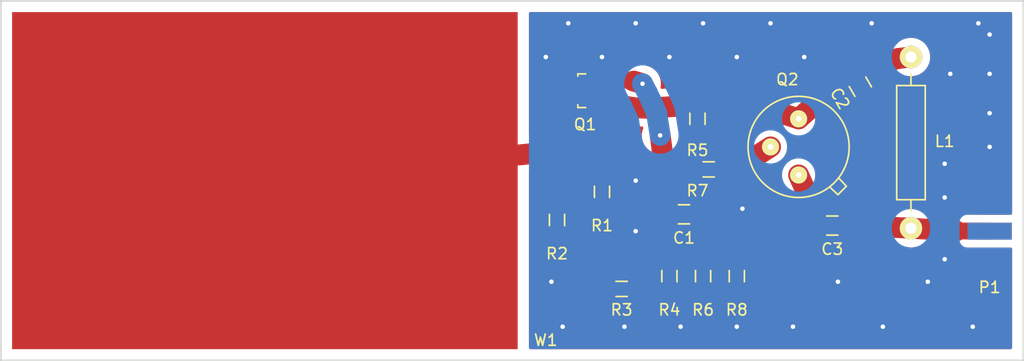
<source format=kicad_pcb>
(kicad_pcb (version 20171130) (host pcbnew "(5.1.12)-1")

  (general
    (thickness 1.6)
    (drawings 9)
    (tracks 191)
    (zones 0)
    (modules 17)
    (nets 10)
  )

  (page A4)
  (layers
    (0 F.Cu signal)
    (31 B.Cu signal)
    (32 B.Adhes user hide)
    (33 F.Adhes user hide)
    (34 B.Paste user hide)
    (35 F.Paste user hide)
    (36 B.SilkS user hide)
    (37 F.SilkS user hide)
    (38 B.Mask user hide)
    (39 F.Mask user hide)
    (40 Dwgs.User user hide)
    (41 Cmts.User user hide)
    (42 Eco1.User user hide)
    (43 Eco2.User user hide)
    (44 Edge.Cuts user)
    (45 Margin user hide)
    (46 B.CrtYd user hide)
    (47 F.CrtYd user hide)
    (48 B.Fab user hide)
    (49 F.Fab user hide)
  )

  (setup
    (last_trace_width 0.25)
    (trace_clearance 0.2)
    (zone_clearance 0.708)
    (zone_45_only no)
    (trace_min 0.2)
    (via_size 0.6)
    (via_drill 0.4)
    (via_min_size 0.4)
    (via_min_drill 0.3)
    (uvia_size 0.3)
    (uvia_drill 0.1)
    (uvias_allowed no)
    (uvia_min_size 0.2)
    (uvia_min_drill 0.1)
    (edge_width 0.15)
    (segment_width 0.2)
    (pcb_text_width 0.3)
    (pcb_text_size 1.5 1.5)
    (mod_edge_width 0.15)
    (mod_text_size 1 1)
    (mod_text_width 0.15)
    (pad_size 1.524 1.524)
    (pad_drill 0.762)
    (pad_to_mask_clearance 0.2)
    (aux_axis_origin 0 0)
    (visible_elements 7FFFFFFF)
    (pcbplotparams
      (layerselection 0x010f0_80000001)
      (usegerberextensions false)
      (usegerberattributes true)
      (usegerberadvancedattributes true)
      (creategerberjobfile true)
      (excludeedgelayer true)
      (linewidth 0.100000)
      (plotframeref false)
      (viasonmask false)
      (mode 1)
      (useauxorigin false)
      (hpglpennumber 1)
      (hpglpenspeed 20)
      (hpglpendiameter 15.000000)
      (psnegative false)
      (psa4output false)
      (plotreference true)
      (plotvalue true)
      (plotinvisibletext false)
      (padsonsilk false)
      (subtractmaskfromsilk false)
      (outputformat 1)
      (mirror false)
      (drillshape 0)
      (scaleselection 1)
      (outputdirectory "gerber/"))
  )

  (net 0 "")
  (net 1 "Net-(C1-Pad1)")
  (net 2 "Net-(C1-Pad2)")
  (net 3 Earth)
  (net 4 "Net-(C2-Pad2)")
  (net 5 "Net-(C3-Pad1)")
  (net 6 "Net-(C3-Pad2)")
  (net 7 "Net-(Q1-Pad3)")
  (net 8 "Net-(Q2-Pad2)")
  (net 9 "Net-(R1-Pad2)")

  (net_class Default "This is the default net class."
    (clearance 0.2)
    (trace_width 0.25)
    (via_dia 0.6)
    (via_drill 0.4)
    (uvia_dia 0.3)
    (uvia_drill 0.1)
    (add_net Earth)
    (add_net "Net-(C1-Pad1)")
    (add_net "Net-(C1-Pad2)")
    (add_net "Net-(C2-Pad2)")
    (add_net "Net-(C3-Pad1)")
    (add_net "Net-(C3-Pad2)")
    (add_net "Net-(Q1-Pad3)")
    (add_net "Net-(Q2-Pad2)")
    (add_net "Net-(R1-Pad2)")
  )

  (module sma-j:SMA-J (layer B.Cu) (tedit 57795F6E) (tstamp 574DEC46)
    (at 196 109)
    (path /574D1705)
    (fp_text reference P1 (at 0 -7.5) (layer B.SilkS) hide
      (effects (font (size 1 1) (thickness 0.15)) (justify mirror))
    )
    (fp_text value SMA-J (at 0 2.5) (layer B.Fab)
      (effects (font (size 1 1) (thickness 0.15)) (justify mirror))
    )
    (pad 1 smd rect (at 0 -2.5) (size 3.94 1.5) (layers B.Cu B.Paste B.Mask)
      (net 5 "Net-(C3-Pad1)"))
    (pad 2 smd rect (at 0 0) (size 3.94 1.7) (layers B.Cu B.Paste B.Mask)
      (net 3 Earth))
    (pad 2 smd rect (at 0 -5.08) (size 3.94 1.7) (layers B.Cu B.Paste B.Mask)
      (net 3 Earth))
  )

  (module Choke_Axial_ThroughHole:Choke_Horizontal_RM15mm (layer F.Cu) (tedit 542A89D5) (tstamp 574CA217)
    (at 189 98.5 270)
    (descr "Choke, Axial, 15mm")
    (tags "Choke, Axial, 15mm")
    (path /574CEAAD)
    (fp_text reference L1 (at 0 -3) (layer F.SilkS)
      (effects (font (size 1 1) (thickness 0.15)))
    )
    (fp_text value "470 uH" (at 0 2.5 270) (layer F.Fab)
      (effects (font (size 1 1) (thickness 0.15)))
    )
    (fp_line (start -4.96062 1.27) (end -4.96062 -1.27) (layer F.SilkS) (width 0.15))
    (fp_line (start 5.19938 1.27) (end -4.96062 1.27) (layer F.SilkS) (width 0.15))
    (fp_line (start 5.19938 -1.27) (end 5.19938 1.27) (layer F.SilkS) (width 0.15))
    (fp_line (start -4.96062 -1.27) (end 5.19938 -1.27) (layer F.SilkS) (width 0.15))
    (fp_line (start -4.96062 0) (end -5.97662 0) (layer F.SilkS) (width 0.15))
    (fp_line (start 5.19938 0) (end 6.21538 0) (layer F.SilkS) (width 0.15))
    (pad 1 thru_hole circle (at -7.50062 0 270) (size 1.99898 1.99898) (drill 1.00076) (layers *.Cu *.Mask F.SilkS)
      (net 4 "Net-(C2-Pad2)"))
    (pad 2 thru_hole circle (at 7.73938 0 270) (size 1.99898 1.99898) (drill 1.00076) (layers *.Cu *.Mask F.SilkS)
      (net 5 "Net-(C3-Pad1)"))
  )

  (module sma-j:SMA-J (layer F.Cu) (tedit 574C9A0F) (tstamp 574CA21E)
    (at 196 104)
    (path /574D1705)
    (fp_text reference P1 (at 0 7.5) (layer F.SilkS)
      (effects (font (size 1 1) (thickness 0.15)))
    )
    (fp_text value SMA-J (at 0 -2.5) (layer F.Fab)
      (effects (font (size 1 1) (thickness 0.15)))
    )
    (pad 1 smd rect (at 0 2.5) (size 3.94 1.5) (layers F.Cu F.Paste F.Mask)
      (net 5 "Net-(C3-Pad1)"))
    (pad 2 smd rect (at 0 0) (size 3.94 1.7) (layers F.Cu F.Paste F.Mask)
      (net 3 Earth))
    (pad 2 smd rect (at 0 5.08) (size 3.94 1.7) (layers F.Cu F.Paste F.Mask)
      (net 3 Earth))
  )

  (module TO_SOT_Packages_SMD:SOT-23_Handsoldering (layer F.Cu) (tedit 54E9291B) (tstamp 574CA225)
    (at 160 94 90)
    (descr "SOT-23, Handsoldering")
    (tags SOT-23)
    (path /574CA696)
    (attr smd)
    (fp_text reference Q1 (at -3 0 180) (layer F.SilkS)
      (effects (font (size 1 1) (thickness 0.15)))
    )
    (fp_text value MMBFJ310 (at 0 3.81 90) (layer F.Fab)
      (effects (font (size 1 1) (thickness 0.15)))
    )
    (fp_line (start 1.49982 -0.65024) (end 1.49982 0.0508) (layer F.SilkS) (width 0.15))
    (fp_line (start 1.29916 -0.65024) (end 1.49982 -0.65024) (layer F.SilkS) (width 0.15))
    (fp_line (start -1.49982 -0.65024) (end -1.2509 -0.65024) (layer F.SilkS) (width 0.15))
    (fp_line (start -1.49982 0.0508) (end -1.49982 -0.65024) (layer F.SilkS) (width 0.15))
    (pad 1 smd rect (at -0.95 1.50114 90) (size 0.8001 1.80086) (layers F.Cu F.Paste F.Mask)
      (net 4 "Net-(C2-Pad2)"))
    (pad 2 smd rect (at 0.95 1.50114 90) (size 0.8001 1.80086) (layers F.Cu F.Paste F.Mask)
      (net 2 "Net-(C1-Pad2)"))
    (pad 3 smd rect (at 0 -1.50114 90) (size 0.8001 1.80086) (layers F.Cu F.Paste F.Mask)
      (net 7 "Net-(Q1-Pad3)"))
    (model TO_SOT_Packages_SMD.3dshapes/SOT-23_Handsoldering.wrl
      (at (xyz 0 0 0))
      (scale (xyz 1 1 1))
      (rotate (xyz 0 0 0))
    )
  )

  (module m246:M246 (layer F.Cu) (tedit 574CA0CC) (tstamp 574CA22C)
    (at 179 99 270)
    (path /574DB823)
    (fp_text reference Q2 (at -6 1) (layer F.SilkS)
      (effects (font (size 1 1) (thickness 0.15)))
    )
    (fp_text value 2N5109 (at 0 7.2 270) (layer F.Fab)
      (effects (font (size 1 1) (thickness 0.15)))
    )
    (fp_circle (center 0 0) (end 0 4.5) (layer F.SilkS) (width 0.15))
    (fp_line (start 3.6 -2.8) (end 4.25 -3.5) (layer F.SilkS) (width 0.15))
    (fp_line (start 4.25 -3.5) (end 3.5 -4.25) (layer F.SilkS) (width 0.15))
    (fp_line (start 3.5 -4.25) (end 2.8 -3.6) (layer F.SilkS) (width 0.15))
    (pad 1 thru_hole circle (at 2.5 0 270) (size 1.524 1.524) (drill 0.5) (layers *.Cu *.Mask F.SilkS)
      (net 6 "Net-(C3-Pad2)"))
    (pad 2 thru_hole circle (at 0 2.5 270) (size 1.524 1.524) (drill 0.5) (layers *.Cu *.Mask F.SilkS)
      (net 8 "Net-(Q2-Pad2)"))
    (pad 3 thru_hole circle (at -2.5 0 270) (size 1.524 1.524) (drill 0.5) (layers *.Cu *.Mask F.SilkS)
      (net 4 "Net-(C2-Pad2)"))
  )

  (module Resistors_SMD:R_0603_HandSoldering (layer F.Cu) (tedit 5418A00F) (tstamp 574CA232)
    (at 161.5 103 270)
    (descr "Resistor SMD 0603, hand soldering")
    (tags "resistor 0603")
    (path /574C8FE8)
    (attr smd)
    (fp_text reference R1 (at 3 0) (layer F.SilkS)
      (effects (font (size 1 1) (thickness 0.15)))
    )
    (fp_text value 1M (at 0 1.9 270) (layer F.Fab)
      (effects (font (size 1 1) (thickness 0.15)))
    )
    (fp_line (start -0.5 -0.675) (end 0.5 -0.675) (layer F.SilkS) (width 0.15))
    (fp_line (start 0.5 0.675) (end -0.5 0.675) (layer F.SilkS) (width 0.15))
    (fp_line (start 2 -0.8) (end 2 0.8) (layer F.CrtYd) (width 0.05))
    (fp_line (start -2 -0.8) (end -2 0.8) (layer F.CrtYd) (width 0.05))
    (fp_line (start -2 0.8) (end 2 0.8) (layer F.CrtYd) (width 0.05))
    (fp_line (start -2 -0.8) (end 2 -0.8) (layer F.CrtYd) (width 0.05))
    (pad 1 smd rect (at -1.1 0 270) (size 1.2 0.9) (layers F.Cu F.Paste F.Mask)
      (net 4 "Net-(C2-Pad2)"))
    (pad 2 smd rect (at 1.1 0 270) (size 1.2 0.9) (layers F.Cu F.Paste F.Mask)
      (net 9 "Net-(R1-Pad2)"))
    (model Resistors_SMD.3dshapes/R_0603_HandSoldering.wrl
      (at (xyz 0 0 0))
      (scale (xyz 1 1 1))
      (rotate (xyz 0 0 0))
    )
  )

  (module Resistors_SMD:R_0603_HandSoldering (layer F.Cu) (tedit 5418A00F) (tstamp 574CA238)
    (at 157.5 105.5 270)
    (descr "Resistor SMD 0603, hand soldering")
    (tags "resistor 0603")
    (path /574C9098)
    (attr smd)
    (fp_text reference R2 (at 3 0) (layer F.SilkS)
      (effects (font (size 1 1) (thickness 0.15)))
    )
    (fp_text value 1M (at 0 1.9 270) (layer F.Fab)
      (effects (font (size 1 1) (thickness 0.15)))
    )
    (fp_line (start -0.5 -0.675) (end 0.5 -0.675) (layer F.SilkS) (width 0.15))
    (fp_line (start 0.5 0.675) (end -0.5 0.675) (layer F.SilkS) (width 0.15))
    (fp_line (start 2 -0.8) (end 2 0.8) (layer F.CrtYd) (width 0.05))
    (fp_line (start -2 -0.8) (end -2 0.8) (layer F.CrtYd) (width 0.05))
    (fp_line (start -2 0.8) (end 2 0.8) (layer F.CrtYd) (width 0.05))
    (fp_line (start -2 -0.8) (end 2 -0.8) (layer F.CrtYd) (width 0.05))
    (pad 1 smd rect (at -1.1 0 270) (size 1.2 0.9) (layers F.Cu F.Paste F.Mask)
      (net 7 "Net-(Q1-Pad3)"))
    (pad 2 smd rect (at 1.1 0 270) (size 1.2 0.9) (layers F.Cu F.Paste F.Mask)
      (net 9 "Net-(R1-Pad2)"))
    (model Resistors_SMD.3dshapes/R_0603_HandSoldering.wrl
      (at (xyz 0 0 0))
      (scale (xyz 1 1 1))
      (rotate (xyz 0 0 0))
    )
  )

  (module Resistors_SMD:R_0603_HandSoldering (layer F.Cu) (tedit 5418A00F) (tstamp 574CA23E)
    (at 163.2462 111.6386)
    (descr "Resistor SMD 0603, hand soldering")
    (tags "resistor 0603")
    (path /574C910F)
    (attr smd)
    (fp_text reference R3 (at 0 1.8614) (layer F.SilkS)
      (effects (font (size 1 1) (thickness 0.15)))
    )
    (fp_text value 1M (at 0 -1.6386) (layer F.Fab)
      (effects (font (size 1 1) (thickness 0.15)))
    )
    (fp_line (start -0.5 -0.675) (end 0.5 -0.675) (layer F.SilkS) (width 0.15))
    (fp_line (start 0.5 0.675) (end -0.5 0.675) (layer F.SilkS) (width 0.15))
    (fp_line (start 2 -0.8) (end 2 0.8) (layer F.CrtYd) (width 0.05))
    (fp_line (start -2 -0.8) (end -2 0.8) (layer F.CrtYd) (width 0.05))
    (fp_line (start -2 0.8) (end 2 0.8) (layer F.CrtYd) (width 0.05))
    (fp_line (start -2 -0.8) (end 2 -0.8) (layer F.CrtYd) (width 0.05))
    (pad 1 smd rect (at -1.1 0) (size 1.2 0.9) (layers F.Cu F.Paste F.Mask)
      (net 9 "Net-(R1-Pad2)"))
    (pad 2 smd rect (at 1.1 0) (size 1.2 0.9) (layers F.Cu F.Paste F.Mask)
      (net 3 Earth))
    (model Resistors_SMD.3dshapes/R_0603_HandSoldering.wrl
      (at (xyz 0 0 0))
      (scale (xyz 1 1 1))
      (rotate (xyz 0 0 0))
    )
  )

  (module Resistors_SMD:R_0603_HandSoldering (layer F.Cu) (tedit 5418A00F) (tstamp 574CA244)
    (at 167.5 110.5 270)
    (descr "Resistor SMD 0603, hand soldering")
    (tags "resistor 0603")
    (path /574CBCF4)
    (attr smd)
    (fp_text reference R4 (at 3 0) (layer F.SilkS)
      (effects (font (size 1 1) (thickness 0.15)))
    )
    (fp_text value 680 (at 0 1.9 270) (layer F.Fab)
      (effects (font (size 1 1) (thickness 0.15)))
    )
    (fp_line (start -0.5 -0.675) (end 0.5 -0.675) (layer F.SilkS) (width 0.15))
    (fp_line (start 0.5 0.675) (end -0.5 0.675) (layer F.SilkS) (width 0.15))
    (fp_line (start 2 -0.8) (end 2 0.8) (layer F.CrtYd) (width 0.05))
    (fp_line (start -2 -0.8) (end -2 0.8) (layer F.CrtYd) (width 0.05))
    (fp_line (start -2 0.8) (end 2 0.8) (layer F.CrtYd) (width 0.05))
    (fp_line (start -2 -0.8) (end 2 -0.8) (layer F.CrtYd) (width 0.05))
    (pad 1 smd rect (at -1.1 0 270) (size 1.2 0.9) (layers F.Cu F.Paste F.Mask)
      (net 2 "Net-(C1-Pad2)"))
    (pad 2 smd rect (at 1.1 0 270) (size 1.2 0.9) (layers F.Cu F.Paste F.Mask)
      (net 3 Earth))
    (model Resistors_SMD.3dshapes/R_0603_HandSoldering.wrl
      (at (xyz 0 0 0))
      (scale (xyz 1 1 1))
      (rotate (xyz 0 0 0))
    )
  )

  (module Resistors_SMD:R_0603_HandSoldering (layer F.Cu) (tedit 5418A00F) (tstamp 574CA24A)
    (at 170 96.5 270)
    (descr "Resistor SMD 0603, hand soldering")
    (tags "resistor 0603")
    (path /574C9049)
    (attr smd)
    (fp_text reference R5 (at 2.8 0) (layer F.SilkS)
      (effects (font (size 1 1) (thickness 0.15)))
    )
    (fp_text value 2k2 (at 0 1.9 270) (layer F.Fab)
      (effects (font (size 1 1) (thickness 0.15)))
    )
    (fp_line (start -0.5 -0.675) (end 0.5 -0.675) (layer F.SilkS) (width 0.15))
    (fp_line (start 0.5 0.675) (end -0.5 0.675) (layer F.SilkS) (width 0.15))
    (fp_line (start 2 -0.8) (end 2 0.8) (layer F.CrtYd) (width 0.05))
    (fp_line (start -2 -0.8) (end -2 0.8) (layer F.CrtYd) (width 0.05))
    (fp_line (start -2 0.8) (end 2 0.8) (layer F.CrtYd) (width 0.05))
    (fp_line (start -2 -0.8) (end 2 -0.8) (layer F.CrtYd) (width 0.05))
    (pad 1 smd rect (at -1.1 0 270) (size 1.2 0.9) (layers F.Cu F.Paste F.Mask)
      (net 4 "Net-(C2-Pad2)"))
    (pad 2 smd rect (at 1.1 0 270) (size 1.2 0.9) (layers F.Cu F.Paste F.Mask)
      (net 1 "Net-(C1-Pad1)"))
    (model Resistors_SMD.3dshapes/R_0603_HandSoldering.wrl
      (at (xyz 0 0 0))
      (scale (xyz 1 1 1))
      (rotate (xyz 0 0 0))
    )
  )

  (module Resistors_SMD:R_0603_HandSoldering (layer F.Cu) (tedit 5418A00F) (tstamp 574CA250)
    (at 170.5 110.5 270)
    (descr "Resistor SMD 0603, hand soldering")
    (tags "resistor 0603")
    (path /574C93B4)
    (attr smd)
    (fp_text reference R6 (at 3 0) (layer F.SilkS)
      (effects (font (size 1 1) (thickness 0.15)))
    )
    (fp_text value 10k (at 0 1.9 270) (layer F.Fab)
      (effects (font (size 1 1) (thickness 0.15)))
    )
    (fp_line (start -0.5 -0.675) (end 0.5 -0.675) (layer F.SilkS) (width 0.15))
    (fp_line (start 0.5 0.675) (end -0.5 0.675) (layer F.SilkS) (width 0.15))
    (fp_line (start 2 -0.8) (end 2 0.8) (layer F.CrtYd) (width 0.05))
    (fp_line (start -2 -0.8) (end -2 0.8) (layer F.CrtYd) (width 0.05))
    (fp_line (start -2 0.8) (end 2 0.8) (layer F.CrtYd) (width 0.05))
    (fp_line (start -2 -0.8) (end 2 -0.8) (layer F.CrtYd) (width 0.05))
    (pad 1 smd rect (at -1.1 0 270) (size 1.2 0.9) (layers F.Cu F.Paste F.Mask)
      (net 1 "Net-(C1-Pad1)"))
    (pad 2 smd rect (at 1.1 0 270) (size 1.2 0.9) (layers F.Cu F.Paste F.Mask)
      (net 3 Earth))
    (model Resistors_SMD.3dshapes/R_0603_HandSoldering.wrl
      (at (xyz 0 0 0))
      (scale (xyz 1 1 1))
      (rotate (xyz 0 0 0))
    )
  )

  (module Resistors_SMD:R_0603_HandSoldering (layer F.Cu) (tedit 5418A00F) (tstamp 574CA256)
    (at 171 101 180)
    (descr "Resistor SMD 0603, hand soldering")
    (tags "resistor 0603")
    (path /574C931F)
    (attr smd)
    (fp_text reference R7 (at 1 -1.9 180) (layer F.SilkS)
      (effects (font (size 1 1) (thickness 0.15)))
    )
    (fp_text value 47 (at 0 1.9 180) (layer F.Fab)
      (effects (font (size 1 1) (thickness 0.15)))
    )
    (fp_line (start -0.5 -0.675) (end 0.5 -0.675) (layer F.SilkS) (width 0.15))
    (fp_line (start 0.5 0.675) (end -0.5 0.675) (layer F.SilkS) (width 0.15))
    (fp_line (start 2 -0.8) (end 2 0.8) (layer F.CrtYd) (width 0.05))
    (fp_line (start -2 -0.8) (end -2 0.8) (layer F.CrtYd) (width 0.05))
    (fp_line (start -2 0.8) (end 2 0.8) (layer F.CrtYd) (width 0.05))
    (fp_line (start -2 -0.8) (end 2 -0.8) (layer F.CrtYd) (width 0.05))
    (pad 1 smd rect (at -1.1 0 180) (size 1.2 0.9) (layers F.Cu F.Paste F.Mask)
      (net 8 "Net-(Q2-Pad2)"))
    (pad 2 smd rect (at 1.1 0 180) (size 1.2 0.9) (layers F.Cu F.Paste F.Mask)
      (net 1 "Net-(C1-Pad1)"))
    (model Resistors_SMD.3dshapes/R_0603_HandSoldering.wrl
      (at (xyz 0 0 0))
      (scale (xyz 1 1 1))
      (rotate (xyz 0 0 0))
    )
  )

  (module Resistors_SMD:R_0603_HandSoldering (layer F.Cu) (tedit 5418A00F) (tstamp 574CA25C)
    (at 173.5 110.5 270)
    (descr "Resistor SMD 0603, hand soldering")
    (tags "resistor 0603")
    (path /574C9428)
    (attr smd)
    (fp_text reference R8 (at 3 0) (layer F.SilkS)
      (effects (font (size 1 1) (thickness 0.15)))
    )
    (fp_text value 220 (at 0 1.9 270) (layer F.Fab)
      (effects (font (size 1 1) (thickness 0.15)))
    )
    (fp_line (start -0.5 -0.675) (end 0.5 -0.675) (layer F.SilkS) (width 0.15))
    (fp_line (start 0.5 0.675) (end -0.5 0.675) (layer F.SilkS) (width 0.15))
    (fp_line (start 2 -0.8) (end 2 0.8) (layer F.CrtYd) (width 0.05))
    (fp_line (start -2 -0.8) (end -2 0.8) (layer F.CrtYd) (width 0.05))
    (fp_line (start -2 0.8) (end 2 0.8) (layer F.CrtYd) (width 0.05))
    (fp_line (start -2 -0.8) (end 2 -0.8) (layer F.CrtYd) (width 0.05))
    (pad 1 smd rect (at -1.1 0 270) (size 1.2 0.9) (layers F.Cu F.Paste F.Mask)
      (net 6 "Net-(C3-Pad2)"))
    (pad 2 smd rect (at 1.1 0 270) (size 1.2 0.9) (layers F.Cu F.Paste F.Mask)
      (net 3 Earth))
    (model Resistors_SMD.3dshapes/R_0603_HandSoldering.wrl
      (at (xyz 0 0 0))
      (scale (xyz 1 1 1))
      (rotate (xyz 0 0 0))
    )
  )

  (module miniwhip:MINIWHIP (layer F.Cu) (tedit 574DE95C) (tstamp 574CA261)
    (at 109 87)
    (path /574CB3F2)
    (fp_text reference W1 (at 47.5 29.2) (layer F.SilkS)
      (effects (font (size 1 1) (thickness 0.15)))
    )
    (fp_text value MINIWHIP (at -2 26 90) (layer F.Fab)
      (effects (font (size 1 1) (thickness 0.15)))
    )
    (pad 1 smd rect (at 22.5 15) (size 45 30) (layers F.Cu F.Paste F.Mask)
      (net 7 "Net-(Q1-Pad3)"))
  )

  (module Capacitors_SMD:C_0805_HandSoldering (layer F.Cu) (tedit 541A9B8D) (tstamp 574F1709)
    (at 168.8 105 180)
    (descr "Capacitor SMD 0805, hand soldering")
    (tags "capacitor 0805")
    (path /574CC897)
    (attr smd)
    (fp_text reference C1 (at 0 -2.1 180) (layer F.SilkS)
      (effects (font (size 1 1) (thickness 0.15)))
    )
    (fp_text value 560n (at 0 2.1 180) (layer F.Fab)
      (effects (font (size 1 1) (thickness 0.15)))
    )
    (fp_line (start -0.5 0.85) (end 0.5 0.85) (layer F.SilkS) (width 0.15))
    (fp_line (start 0.5 -0.85) (end -0.5 -0.85) (layer F.SilkS) (width 0.15))
    (fp_line (start 2.3 -1) (end 2.3 1) (layer F.CrtYd) (width 0.05))
    (fp_line (start -2.3 -1) (end -2.3 1) (layer F.CrtYd) (width 0.05))
    (fp_line (start -2.3 1) (end 2.3 1) (layer F.CrtYd) (width 0.05))
    (fp_line (start -2.3 -1) (end 2.3 -1) (layer F.CrtYd) (width 0.05))
    (pad 1 smd rect (at -1.25 0 180) (size 1.5 1.25) (layers F.Cu F.Paste F.Mask)
      (net 1 "Net-(C1-Pad1)"))
    (pad 2 smd rect (at 1.25 0 180) (size 1.5 1.25) (layers F.Cu F.Paste F.Mask)
      (net 2 "Net-(C1-Pad2)"))
    (model Capacitors_SMD.3dshapes/C_0805_HandSoldering.wrl
      (at (xyz 0 0 0))
      (scale (xyz 1 1 1))
      (rotate (xyz 0 0 0))
    )
  )

  (module Capacitors_SMD:C_0805_HandSoldering (layer F.Cu) (tedit 541A9B8D) (tstamp 574F170E)
    (at 184.4962 93.6422 120)
    (descr "Capacitor SMD 0805, hand soldering")
    (tags "capacitor 0805")
    (path /574CE5AB)
    (attr smd)
    (fp_text reference C2 (at 0 -2.1 120) (layer F.SilkS)
      (effects (font (size 1 1) (thickness 0.15)))
    )
    (fp_text value 560n (at 0 2.1 120) (layer F.Fab)
      (effects (font (size 1 1) (thickness 0.15)))
    )
    (fp_line (start -0.5 0.85) (end 0.5 0.85) (layer F.SilkS) (width 0.15))
    (fp_line (start 0.5 -0.85) (end -0.5 -0.85) (layer F.SilkS) (width 0.15))
    (fp_line (start 2.3 -1) (end 2.3 1) (layer F.CrtYd) (width 0.05))
    (fp_line (start -2.3 -1) (end -2.3 1) (layer F.CrtYd) (width 0.05))
    (fp_line (start -2.3 1) (end 2.3 1) (layer F.CrtYd) (width 0.05))
    (fp_line (start -2.3 -1) (end 2.3 -1) (layer F.CrtYd) (width 0.05))
    (pad 1 smd rect (at -1.25 0 120) (size 1.5 1.25) (layers F.Cu F.Paste F.Mask)
      (net 3 Earth))
    (pad 2 smd rect (at 1.25 0 120) (size 1.5 1.25) (layers F.Cu F.Paste F.Mask)
      (net 4 "Net-(C2-Pad2)"))
    (model Capacitors_SMD.3dshapes/C_0805_HandSoldering.wrl
      (at (xyz 0 0 0))
      (scale (xyz 1 1 1))
      (rotate (xyz 0 0 0))
    )
  )

  (module Capacitors_SMD:C_0805_HandSoldering (layer F.Cu) (tedit 541A9B8D) (tstamp 574F1713)
    (at 182 106 180)
    (descr "Capacitor SMD 0805, hand soldering")
    (tags "capacitor 0805")
    (path /574CE0E6)
    (attr smd)
    (fp_text reference C3 (at 0 -2.1 180) (layer F.SilkS)
      (effects (font (size 1 1) (thickness 0.15)))
    )
    (fp_text value 560n (at 0 2.1 180) (layer F.Fab)
      (effects (font (size 1 1) (thickness 0.15)))
    )
    (fp_line (start -0.5 0.85) (end 0.5 0.85) (layer F.SilkS) (width 0.15))
    (fp_line (start 0.5 -0.85) (end -0.5 -0.85) (layer F.SilkS) (width 0.15))
    (fp_line (start 2.3 -1) (end 2.3 1) (layer F.CrtYd) (width 0.05))
    (fp_line (start -2.3 -1) (end -2.3 1) (layer F.CrtYd) (width 0.05))
    (fp_line (start -2.3 1) (end 2.3 1) (layer F.CrtYd) (width 0.05))
    (fp_line (start -2.3 -1) (end 2.3 -1) (layer F.CrtYd) (width 0.05))
    (pad 1 smd rect (at -1.25 0 180) (size 1.5 1.25) (layers F.Cu F.Paste F.Mask)
      (net 5 "Net-(C3-Pad1)"))
    (pad 2 smd rect (at 1.25 0 180) (size 1.5 1.25) (layers F.Cu F.Paste F.Mask)
      (net 6 "Net-(C3-Pad2)"))
    (model Capacitors_SMD.3dshapes/C_0805_HandSoldering.wrl
      (at (xyz 0 0 0))
      (scale (xyz 1 1 1))
      (rotate (xyz 0 0 0))
    )
  )

  (dimension 32 (width 0.3) (layer Dwgs.User)
    (gr_text "32,000 mm" (at 100.65 102 270) (layer Dwgs.User)
      (effects (font (size 1.5 1.5) (thickness 0.3)))
    )
    (feature1 (pts (xy 108 118) (xy 99.3 118)))
    (feature2 (pts (xy 108 86) (xy 99.3 86)))
    (crossbar (pts (xy 102 86) (xy 102 118)))
    (arrow1a (pts (xy 102 118) (xy 101.413579 116.873496)))
    (arrow1b (pts (xy 102 118) (xy 102.586421 116.873496)))
    (arrow2a (pts (xy 102 86) (xy 101.413579 87.126504)))
    (arrow2b (pts (xy 102 86) (xy 102.586421 87.126504)))
  )
  (dimension 91 (width 0.3) (layer Dwgs.User)
    (gr_text "91,000 mm" (at 153.5 79.15) (layer Dwgs.User)
      (effects (font (size 1.5 1.5) (thickness 0.3)))
    )
    (feature1 (pts (xy 199 86) (xy 199 77.8)))
    (feature2 (pts (xy 108 86) (xy 108 77.8)))
    (crossbar (pts (xy 108 80.5) (xy 199 80.5)))
    (arrow1a (pts (xy 199 80.5) (xy 197.873496 81.086421)))
    (arrow1b (pts (xy 199 80.5) (xy 197.873496 79.913579)))
    (arrow2a (pts (xy 108 80.5) (xy 109.126504 81.086421)))
    (arrow2b (pts (xy 108 80.5) (xy 109.126504 79.913579)))
  )
  (gr_line (start 199 118) (end 199 117) (layer Edge.Cuts) (width 0.15))
  (gr_line (start 199 87) (end 199 86) (layer Edge.Cuts) (width 0.15))
  (gr_line (start 108 117) (end 108 118) (layer Edge.Cuts) (width 0.15))
  (gr_line (start 108 117) (end 108 86) (layer Edge.Cuts) (width 0.15))
  (gr_line (start 199 118) (end 108 118) (layer Edge.Cuts) (width 0.15))
  (gr_line (start 199 87) (end 199 117) (layer Edge.Cuts) (width 0.15))
  (gr_line (start 108 86) (end 199 86) (layer Edge.Cuts) (width 0.15))

  (segment (start 169.9727 99.4167) (end 169.9819 99.0269) (width 1.86) (layer F.Cu) (net 1))
  (segment (start 169.9819 99.0269) (end 170 97.6) (width 0.9) (layer F.Cu) (net 1))
  (segment (start 169.9 101) (end 169.9727 99.4167) (width 0.9) (layer F.Cu) (net 1))
  (segment (start 170.0376 103.9454) (end 169.9355 102.3399) (width 1.86) (layer F.Cu) (net 1))
  (segment (start 169.9355 102.3399) (end 169.9 101) (width 0.75) (layer F.Cu) (net 1))
  (segment (start 170 105) (end 170.5876 103.9454) (width 0.75) (layer F.Cu) (net 1))
  (segment (start 170.5269 108.3902) (end 170.3031 106.2529) (width 1.86) (layer F.Cu) (net 1))
  (segment (start 170.6531 106.2529) (end 169.8 105) (width 0.9) (layer F.Cu) (net 1))
  (segment (start 170.5 109.4) (end 170.5269 108.3902) (width 0.9) (layer F.Cu) (net 1))
  (segment (start 169.9965 97.875) (end 170.4207 98.8324) (width 0.9) (layer F.Cu) (net 1))
  (segment (start 169.9965 97.875) (end 169.5481 98.8214) (width 0.9) (layer F.Cu) (net 1))
  (segment (start 169.9199 100.5675) (end 169.5276 99.5965) (width 0.9) (layer F.Cu) (net 1))
  (segment (start 169.9199 100.5675) (end 170.3994 99.6365) (width 0.9) (layer F.Cu) (net 1))
  (segment (start 169.9002 101.0084) (end 170.4337 102.0953) (width 0.75) (layer F.Cu) (net 1))
  (segment (start 169.9002 101.0084) (end 169.4251 102.1221) (width 0.75) (layer F.Cu) (net 1))
  (segment (start 169.6 105) (end 169.6328 103.9284) (width 0.75) (layer F.Cu) (net 1))
  (segment (start 169.6 104.4) (end 170.494 103.8082) (width 0.75) (layer F.Cu) (net 1))
  (segment (start 169.6547 105.3007) (end 170.5512 105.842) (width 0.9) (layer F.Cu) (net 1))
  (segment (start 169.6547 105.3007) (end 169.8298 106.3332) (width 0.9) (layer F.Cu) (net 1))
  (segment (start 170.5 109.4) (end 170.0986 108.607) (width 0.9) (layer F.Cu) (net 1))
  (segment (start 170.5 109.4) (end 170.943 108.6294) (width 0.9) (layer F.Cu) (net 1))
  (via (at 165.1108 93.3756) (size 0.6) (layers F.Cu B.Cu) (net 2))
  (via (at 166.6816 97.9719) (size 0.6) (layers F.Cu B.Cu) (net 2))
  (segment (start 165.5248 94.1655) (end 165.1108 93.3756) (width 1.86) (layer B.Cu) (net 2))
  (segment (start 165.9045 94.9572) (end 165.5248 94.1655) (width 1.86) (layer B.Cu) (net 2))
  (segment (start 166.3569 95.9671) (end 165.9045 94.9572) (width 1.86) (layer B.Cu) (net 2))
  (segment (start 166.6816 97.9719) (end 166.3569 95.9671) (width 1.86) (layer B.Cu) (net 2))
  (segment (start 167.5102 108.5501) (end 167.5208 106.5034) (width 1.86) (layer F.Cu) (net 2))
  (segment (start 167.5208 106.5034) (end 167.55 105) (width 0.9) (layer F.Cu) (net 2))
  (segment (start 167.5 109.4) (end 167.5102 108.5501) (width 0.9) (layer F.Cu) (net 2))
  (segment (start 162.3969 93.044) (end 164.3373 93.1476) (width 0.8002) (layer F.Cu) (net 2))
  (segment (start 164.3373 93.1476) (end 165.1108 93.3756) (width 1.86) (layer F.Cu) (net 2))
  (segment (start 167.4326 103.7278) (end 166.6816 97.9719) (width 1.86) (layer F.Cu) (net 2))
  (segment (start 167.55 105) (end 167.4326 103.7278) (width 0.75) (layer F.Cu) (net 2))
  (segment (start 167.5432 105.3516) (end 167.961 106.3119) (width 0.9) (layer F.Cu) (net 2))
  (segment (start 167.5432 105.3516) (end 167.0884 106.2949) (width 0.9) (layer F.Cu) (net 2))
  (segment (start 167.5 109.4) (end 167.1108 108.8164) (width 0.9) (layer F.Cu) (net 2))
  (segment (start 167.5 109.4) (end 167.903 108.826) (width 0.9) (layer F.Cu) (net 2))
  (segment (start 163.0673 93.0798) (end 164.1425 92.6548) (width 0.8002) (layer F.Cu) (net 2))
  (segment (start 163.0673 93.0798) (end 164.0911 93.6168) (width 0.8002) (layer F.Cu) (net 2))
  (segment (start 167.55 105) (end 166.957 104.0138) (width 0.75) (layer F.Cu) (net 2))
  (segment (start 167.55 105) (end 167.9526 103.922) (width 0.75) (layer F.Cu) (net 2))
  (segment (start 196 109.08) (end 192.08 109.08) (width 0.25) (layer F.Cu) (net 3))
  (segment (start 192.08 109.08) (end 192 109) (width 0.25) (layer F.Cu) (net 3))
  (via (at 192 109) (size 0.6) (drill 0.4) (layers F.Cu B.Cu) (net 3))
  (segment (start 192 100.5) (end 192 103.5) (width 0.25) (layer B.Cu) (net 3))
  (via (at 192 103.5) (size 0.6) (drill 0.4) (layers F.Cu B.Cu) (net 3))
  (segment (start 196 99) (end 193.5 99) (width 0.25) (layer F.Cu) (net 3))
  (segment (start 193.5 99) (end 192 100.5) (width 0.25) (layer F.Cu) (net 3))
  (via (at 192 100.5) (size 0.6) (drill 0.4) (layers F.Cu B.Cu) (net 3))
  (segment (start 164.5 106.5) (end 164.5 102) (width 0.25) (layer F.Cu) (net 3))
  (via (at 164.5 102) (size 0.6) (drill 0.4) (layers F.Cu B.Cu) (net 3))
  (segment (start 160 111) (end 164.5 106.5) (width 0.25) (layer B.Cu) (net 3))
  (via (at 164.5 106.5) (size 0.6) (drill 0.4) (layers F.Cu B.Cu) (net 3))
  (segment (start 157 111) (end 160 111) (width 0.25) (layer B.Cu) (net 3))
  (segment (start 178.5 115) (end 178.5 109) (width 0.25) (layer B.Cu) (net 3))
  (segment (start 178.5 109) (end 174 104.5) (width 0.25) (layer B.Cu) (net 3))
  (via (at 174 104.5) (size 0.6) (drill 0.4) (layers F.Cu B.Cu) (net 3))
  (segment (start 158 115) (end 158 112) (width 0.25) (layer B.Cu) (net 3))
  (segment (start 158 112) (end 157 111) (width 0.25) (layer B.Cu) (net 3))
  (via (at 157 111) (size 0.6) (drill 0.4) (layers F.Cu B.Cu) (net 3))
  (segment (start 163.5 115) (end 158 115) (width 0.25) (layer F.Cu) (net 3))
  (via (at 158 115) (size 0.6) (drill 0.4) (layers F.Cu B.Cu) (net 3))
  (via (at 163.5 115) (size 0.6) (drill 0.4) (layers F.Cu B.Cu) (net 3))
  (segment (start 168.5 115) (end 163.5 115) (width 0.25) (layer F.Cu) (net 3))
  (segment (start 173.5 115) (end 168.5 115) (width 0.25) (layer B.Cu) (net 3))
  (via (at 168.5 115) (size 0.6) (drill 0.4) (layers F.Cu B.Cu) (net 3))
  (segment (start 178.5 115) (end 173.5 115) (width 0.25) (layer F.Cu) (net 3))
  (via (at 173.5 115) (size 0.6) (drill 0.4) (layers F.Cu B.Cu) (net 3))
  (via (at 178.5 115) (size 0.6) (drill 0.4) (layers F.Cu B.Cu) (net 3))
  (segment (start 182.5 111) (end 178.5 115) (width 0.25) (layer F.Cu) (net 3))
  (segment (start 186.5 115) (end 182.5 111) (width 0.25) (layer B.Cu) (net 3))
  (via (at 182.5 111) (size 0.6) (drill 0.4) (layers F.Cu B.Cu) (net 3))
  (segment (start 190.5 111) (end 186.5 115) (width 0.25) (layer F.Cu) (net 3))
  (via (at 186.5 115) (size 0.6) (drill 0.4) (layers F.Cu B.Cu) (net 3))
  (segment (start 194.5 115) (end 190.5 111) (width 0.25) (layer B.Cu) (net 3))
  (via (at 190.5 111) (size 0.6) (drill 0.4) (layers F.Cu B.Cu) (net 3))
  (segment (start 196 109.08) (end 196 113.5) (width 0.25) (layer F.Cu) (net 3))
  (segment (start 196 113.5) (end 194.5 115) (width 0.25) (layer F.Cu) (net 3))
  (via (at 194.5 115) (size 0.6) (drill 0.4) (layers F.Cu B.Cu) (net 3))
  (segment (start 192.5 92.5) (end 192.5 90.5) (width 0.25) (layer F.Cu) (net 3))
  (segment (start 192.5 90.5) (end 195 88) (width 0.25) (layer F.Cu) (net 3))
  (via (at 192.5 92.5) (size 0.6) (drill 0.4) (layers F.Cu B.Cu) (net 3))
  (segment (start 196 96) (end 192.5 92.5) (width 0.25) (layer F.Cu) (net 3))
  (segment (start 158.5 88) (end 156.5 90) (width 0.25) (layer B.Cu) (net 3))
  (segment (start 156.5 90) (end 156.5 91) (width 0.25) (layer B.Cu) (net 3))
  (via (at 156.5 91) (size 0.6) (drill 0.4) (layers F.Cu B.Cu) (net 3))
  (segment (start 161.5 91) (end 158.5 88) (width 0.25) (layer F.Cu) (net 3))
  (via (at 158.5 88) (size 0.6) (drill 0.4) (layers F.Cu B.Cu) (net 3))
  (segment (start 164.5 88) (end 161.5 91) (width 0.25) (layer B.Cu) (net 3))
  (via (at 161.5 91) (size 0.6) (drill 0.4) (layers F.Cu B.Cu) (net 3))
  (via (at 164.5 88) (size 0.6) (drill 0.4) (layers F.Cu B.Cu) (net 3))
  (segment (start 167.5 91) (end 164.5 88) (width 0.25) (layer B.Cu) (net 3))
  (segment (start 170.5 88) (end 167.5 91) (width 0.25) (layer F.Cu) (net 3))
  (via (at 167.5 91) (size 0.6) (drill 0.4) (layers F.Cu B.Cu) (net 3))
  (via (at 170.5 88) (size 0.6) (drill 0.4) (layers F.Cu B.Cu) (net 3))
  (segment (start 173.5 91) (end 170.5 88) (width 0.25) (layer F.Cu) (net 3))
  (segment (start 176.5 88) (end 173.5 91) (width 0.25) (layer B.Cu) (net 3))
  (via (at 173.5 91) (size 0.6) (drill 0.4) (layers F.Cu B.Cu) (net 3))
  (via (at 176.5 88) (size 0.6) (drill 0.4) (layers F.Cu B.Cu) (net 3))
  (segment (start 179.5 91) (end 176.5 88) (width 0.25) (layer B.Cu) (net 3))
  (segment (start 185.5 88) (end 182.5 88) (width 0.25) (layer B.Cu) (net 3))
  (segment (start 182.5 88) (end 179.5 91) (width 0.25) (layer B.Cu) (net 3))
  (via (at 179.5 91) (size 0.6) (drill 0.4) (layers F.Cu B.Cu) (net 3))
  (segment (start 195 88) (end 185.5 88) (width 0.25) (layer F.Cu) (net 3))
  (via (at 185.5 88) (size 0.6) (drill 0.4) (layers F.Cu B.Cu) (net 3))
  (via (at 195 88) (size 0.6) (drill 0.4) (layers F.Cu B.Cu) (net 3))
  (segment (start 196 89) (end 195 88) (width 0.25) (layer F.Cu) (net 3))
  (segment (start 196 92.5) (end 196 89) (width 0.25) (layer B.Cu) (net 3))
  (via (at 196 89) (size 0.6) (drill 0.4) (layers F.Cu B.Cu) (net 3))
  (segment (start 196 96) (end 196 92.5) (width 0.25) (layer F.Cu) (net 3))
  (via (at 196 92.5) (size 0.6) (drill 0.4) (layers F.Cu B.Cu) (net 3))
  (segment (start 196 99) (end 196 96) (width 0.25) (layer B.Cu) (net 3))
  (via (at 196 96) (size 0.6) (drill 0.4) (layers F.Cu B.Cu) (net 3))
  (segment (start 196 104) (end 196 99) (width 0.25) (layer F.Cu) (net 3))
  (via (at 196 99) (size 0.6) (drill 0.4) (layers F.Cu B.Cu) (net 3))
  (segment (start 185.2163 92.1018) (end 184.0212 92.8195) (width 0.75) (layer F.Cu) (net 4))
  (segment (start 185.8666 91.6967) (end 185.2163 92.1018) (width 1.86) (layer F.Cu) (net 4))
  (segment (start 186.8686 91.3876) (end 185.8666 91.6967) (width 1.86) (layer F.Cu) (net 4))
  (segment (start 187.86 91.1318) (end 186.8686 91.3876) (width 1.86) (layer F.Cu) (net 4))
  (segment (start 189 90.9994) (end 187.86 91.1318) (width 1.86) (layer F.Cu) (net 4))
  (segment (start 182.8498 93.349) (end 184.0212 92.8195) (width 0.75) (layer F.Cu) (net 4))
  (segment (start 181.2188 94.511) (end 182.8498 93.349) (width 1.86) (layer F.Cu) (net 4))
  (segment (start 179 96.5) (end 181.2188 94.511) (width 1.86) (layer F.Cu) (net 4))
  (segment (start 177.5534 96.0417) (end 171.5191 95.3103) (width 1.86) (layer F.Cu) (net 4))
  (segment (start 179 96.5) (end 177.5534 96.0417) (width 1.86) (layer F.Cu) (net 4))
  (segment (start 170 95.4) (end 171.5191 95.3103) (width 0.9) (layer F.Cu) (net 4))
  (segment (start 162.8023 96.4114) (end 162.8194 95.2681) (width 1.86) (layer F.Cu) (net 4))
  (segment (start 162.6279 97.4851) (end 162.8023 96.4114) (width 1.86) (layer F.Cu) (net 4))
  (segment (start 162.2228 99.148) (end 162.6279 97.4851) (width 1.86) (layer F.Cu) (net 4))
  (segment (start 161.667 100.9387) (end 162.2228 99.148) (width 1.86) (layer F.Cu) (net 4))
  (segment (start 161.5 101.9) (end 161.667 100.9387) (width 0.9) (layer F.Cu) (net 4))
  (segment (start 165.6387 95.5603) (end 168.6989 95.3455) (width 1.86) (layer F.Cu) (net 4))
  (segment (start 164.4632 95.5236) (end 165.6387 95.5603) (width 1.86) (layer F.Cu) (net 4))
  (segment (start 162.8194 95.2681) (end 164.4632 95.5236) (width 1.86) (layer F.Cu) (net 4))
  (segment (start 168.6989 95.3455) (end 170 95.4) (width 0.8002) (layer F.Cu) (net 4))
  (segment (start 161.5011 94.95) (end 162.8194 95.2681) (width 0.8002) (layer F.Cu) (net 4))
  (segment (start 184.0744 92.7876) (end 184.7583 91.7884) (width 0.75) (layer F.Cu) (net 4))
  (segment (start 184.0744 92.7876) (end 185.2779 92.6534) (width 0.75) (layer F.Cu) (net 4))
  (segment (start 184.0212 92.8195) (end 183.2743 93.7065) (width 0.75) (layer F.Cu) (net 4))
  (segment (start 184.0212 92.8195) (end 182.8619 92.7941) (width 0.75) (layer F.Cu) (net 4))
  (segment (start 170.3691 95.3782) (end 171.2937 94.8865) (width 0.9) (layer F.Cu) (net 4))
  (segment (start 170.3691 95.3782) (end 171.3451 95.7577) (width 0.9) (layer F.Cu) (net 4))
  (segment (start 161.5 101.9) (end 161.2149 101.0999) (width 0.9) (layer F.Cu) (net 4))
  (segment (start 161.5 101.9) (end 162.0383 101.2429) (width 0.9) (layer F.Cu) (net 4))
  (segment (start 169.9695 95.3987) (end 168.8993 95.836) (width 0.8002) (layer F.Cu) (net 4))
  (segment (start 169.9695 95.3987) (end 168.9397 94.8734) (width 0.8002) (layer F.Cu) (net 4))
  (segment (start 161.5831 94.9698) (end 162.7178 94.748) (width 0.8002) (layer F.Cu) (net 4))
  (segment (start 161.5831 94.9698) (end 162.4918 95.6846) (width 0.8002) (layer F.Cu) (net 4))
  (segment (start 184.5 106) (end 182.95 106) (width 0.75) (layer F.Cu) (net 5))
  (segment (start 189 106.2394) (end 184.5 106) (width 1.86) (layer F.Cu) (net 5))
  (segment (start 193.0167 106.4775) (end 196 106.5) (width 1.5) (layer F.Cu) (net 5))
  (segment (start 189 106.2394) (end 193.0167 106.4775) (width 1.86) (layer F.Cu) (net 5))
  (segment (start 183.168 106) (end 184.2687 105.4955) (width 0.75) (layer F.Cu) (net 5))
  (segment (start 183.168 106) (end 184.2687 106.5045) (width 0.75) (layer F.Cu) (net 5))
  (segment (start 174.5996 109.0456) (end 180.0043 106.3396) (width 1.86) (layer F.Cu) (net 6))
  (segment (start 180.0043 106.3396) (end 181.05 106) (width 0.9) (layer F.Cu) (net 6))
  (segment (start 173.5 109.4) (end 174.5996 109.0456) (width 0.9) (layer F.Cu) (net 6))
  (segment (start 180.5686 105.0003) (end 181.05 106) (width 0.75) (layer F.Cu) (net 6))
  (segment (start 179 101.5) (end 180.5686 105.0003) (width 1.86) (layer F.Cu) (net 6))
  (segment (start 181.05 106) (end 180.337 106.6856) (width 0.9) (layer F.Cu) (net 6))
  (segment (start 181.05 106) (end 180.0702 105.8642) (width 0.9) (layer F.Cu) (net 6))
  (segment (start 173.5031 109.399) (end 174.2753 108.6917) (width 0.9) (layer F.Cu) (net 6))
  (segment (start 173.5031 109.399) (end 174.5431 109.5223) (width 0.9) (layer F.Cu) (net 6))
  (segment (start 181.05 106) (end 180.256 105.4589) (width 0.75) (layer F.Cu) (net 6))
  (segment (start 181.05 106) (end 181.122 105.0419) (width 0.75) (layer F.Cu) (net 6))
  (segment (start 157.8876 99.3318) (end 131.5 102) (width 1.86) (layer F.Cu) (net 7))
  (segment (start 157.8876 99.3318) (end 157.5218 102.8257) (width 1.86) (layer F.Cu) (net 7))
  (segment (start 158.4376 94.8417) (end 157.8876 99.3318) (width 1.86) (layer F.Cu) (net 7))
  (segment (start 157.5218 102.8257) (end 157.5 104.4) (width 0.8002) (layer F.Cu) (net 7))
  (segment (start 158.4989 94) (end 158.4376 94.8417) (width 0.8002) (layer F.Cu) (net 7))
  (segment (start 157.5042 104.0973) (end 157.0371 103.0398) (width 0.8002) (layer F.Cu) (net 7))
  (segment (start 157.5042 104.0973) (end 158.0003 103.0532) (width 0.8002) (layer F.Cu) (net 7))
  (segment (start 158.4989 94) (end 158.8731 94.5399) (width 0.8002) (layer F.Cu) (net 7))
  (segment (start 158.4989 94) (end 158.0505 94.4799) (width 0.8002) (layer F.Cu) (net 7))
  (segment (start 175.1973 99.8343) (end 173.3413 100.7531) (width 1.86) (layer F.Cu) (net 8))
  (segment (start 176.5 99) (end 175.1973 99.8343) (width 1.86) (layer F.Cu) (net 8))
  (segment (start 172.1 101) (end 173.3413 100.7531) (width 0.9) (layer F.Cu) (net 8))
  (segment (start 172.2114 100.9778) (end 173.06 100.3641) (width 0.9) (layer F.Cu) (net 8))
  (segment (start 172.2114 100.9778) (end 173.2302 101.2201) (width 0.9) (layer F.Cu) (net 8))
  (segment (start 160.8797 110.7247) (end 158.9774 106.7646) (width 1.86) (layer F.Cu) (net 9))
  (segment (start 162.1462 111.6386) (end 160.8797 110.7247) (width 0.9) (layer F.Cu) (net 9))
  (segment (start 158.9774 106.7646) (end 161.0836 105.4788) (width 1.86) (layer F.Cu) (net 9))
  (segment (start 161.0836 105.4788) (end 161.5 104.1) (width 0.9) (layer F.Cu) (net 9))
  (segment (start 157.5 106.6) (end 158.9774 106.7646) (width 0.9) (layer F.Cu) (net 9))
  (segment (start 161.8139 111.3988) (end 160.7866 111.1956) (width 0.9) (layer F.Cu) (net 9))
  (segment (start 161.8139 111.3988) (end 161.2972 110.4878) (width 0.9) (layer F.Cu) (net 9))
  (segment (start 161.4166 104.376) (end 161.5591 105.4134) (width 0.9) (layer F.Cu) (net 9))
  (segment (start 161.4166 104.376) (end 160.7237 105.1612) (width 0.9) (layer F.Cu) (net 9))
  (segment (start 157.8325 106.637) (end 158.8269 106.3087) (width 0.9) (layer F.Cu) (net 9))
  (segment (start 157.8325 106.637) (end 158.7303 107.1761) (width 0.9) (layer F.Cu) (net 9))

  (zone (net 3) (net_name Earth) (layer B.Cu) (tstamp 0) (hatch edge 0.508)
    (connect_pads yes (clearance 0.708))
    (min_thickness 0.254)
    (fill yes (arc_segments 32) (thermal_gap 0.1) (thermal_bridge_width 0.508))
    (polygon
      (pts
        (xy 155 87) (xy 197 87) (xy 198 87) (xy 198 117) (xy 155 117)
      )
    )
    (filled_polygon
      (pts
        (xy 197.873 104.91096) (xy 194.03 104.91096) (xy 193.897029 104.921564) (xy 193.671497 104.991407) (xy 193.474351 105.121317)
        (xy 193.321203 105.301007) (xy 193.224178 105.516249) (xy 193.19096 105.75) (xy 193.19096 107.25) (xy 193.201564 107.382971)
        (xy 193.271407 107.608503) (xy 193.401317 107.805649) (xy 193.581007 107.958797) (xy 193.796249 108.055822) (xy 194.03 108.08904)
        (xy 197.873 108.08904) (xy 197.873 116.873) (xy 155.127 116.873) (xy 155.127 106.393629) (xy 187.163099 106.393629)
        (xy 187.228043 106.747481) (xy 187.36048 107.081979) (xy 187.555366 107.384383) (xy 187.805278 107.643174) (xy 188.100696 107.848495)
        (xy 188.430369 107.992525) (xy 188.781738 108.069779) (xy 189.141421 108.077313) (xy 189.495718 108.014841) (xy 189.831132 107.884742)
        (xy 190.134889 107.691972) (xy 190.395419 107.443873) (xy 190.602797 107.149896) (xy 190.749126 106.821237) (xy 190.828831 106.470415)
        (xy 190.834568 106.059499) (xy 190.76469 105.706589) (xy 190.627596 105.373972) (xy 190.428506 105.074319) (xy 190.175006 104.819042)
        (xy 189.876749 104.617866) (xy 189.545098 104.478452) (xy 189.192684 104.406112) (xy 188.832931 104.403601) (xy 188.479541 104.471013)
        (xy 188.145976 104.605782) (xy 187.84494 104.802775) (xy 187.5879 105.054487) (xy 187.384646 105.351332) (xy 187.242921 105.682002)
        (xy 187.168122 106.033902) (xy 187.163099 106.393629) (xy 155.127 106.393629) (xy 155.127 101.63428) (xy 177.400901 101.63428)
        (xy 177.457437 101.942323) (xy 177.57273 102.233517) (xy 177.742386 102.496773) (xy 177.959944 102.722061) (xy 178.217118 102.900802)
        (xy 178.504112 103.026186) (xy 178.809994 103.093439) (xy 179.123113 103.099997) (xy 179.431543 103.045613) (xy 179.723535 102.932357)
        (xy 179.987969 102.764542) (xy 180.21477 102.548562) (xy 180.395302 102.292642) (xy 180.522687 102.006531) (xy 180.592073 101.701126)
        (xy 180.597068 101.343406) (xy 180.536236 101.036183) (xy 180.41689 100.746626) (xy 180.243574 100.485766) (xy 180.022891 100.263537)
        (xy 179.763247 100.088404) (xy 179.474531 99.967039) (xy 179.16774 99.904064) (xy 178.854559 99.901877) (xy 178.546919 99.960563)
        (xy 178.256536 100.077885) (xy 177.994472 100.249375) (xy 177.770708 100.468501) (xy 177.593767 100.726917) (xy 177.470389 101.014779)
        (xy 177.405274 101.321123) (xy 177.400901 101.63428) (xy 155.127 101.63428) (xy 155.127 93.512846) (xy 163.351144 93.512846)
        (xy 163.411314 93.852018) (xy 163.536217 94.173043) (xy 163.547505 94.194949) (xy 163.946932 94.957044) (xy 164.303124 95.699728)
        (xy 164.651582 96.477596) (xy 164.939304 98.254084) (xy 165.027295 98.587124) (xy 165.178299 98.89673) (xy 165.386563 99.171109)
        (xy 165.644155 99.399811) (xy 165.941262 99.574124) (xy 166.266568 99.687409) (xy 166.607683 99.735351) (xy 166.951614 99.716124)
        (xy 167.28526 99.630459) (xy 167.595913 99.481621) (xy 167.871739 99.275277) (xy 167.998694 99.13428) (xy 174.900901 99.13428)
        (xy 174.957437 99.442323) (xy 175.07273 99.733517) (xy 175.242386 99.996773) (xy 175.459944 100.222061) (xy 175.717118 100.400802)
        (xy 176.004112 100.526186) (xy 176.309994 100.593439) (xy 176.623113 100.599997) (xy 176.931543 100.545613) (xy 177.223535 100.432357)
        (xy 177.487969 100.264542) (xy 177.71477 100.048562) (xy 177.895302 99.792642) (xy 178.022687 99.506531) (xy 178.092073 99.201126)
        (xy 178.097068 98.843406) (xy 178.036236 98.536183) (xy 177.91689 98.246626) (xy 177.743574 97.985766) (xy 177.522891 97.763537)
        (xy 177.263247 97.588404) (xy 176.974531 97.467039) (xy 176.66774 97.404064) (xy 176.354559 97.401877) (xy 176.046919 97.460563)
        (xy 175.756536 97.577885) (xy 175.494472 97.749375) (xy 175.270708 97.968501) (xy 175.093767 98.226917) (xy 174.970389 98.514779)
        (xy 174.905274 98.821123) (xy 174.900901 99.13428) (xy 167.998694 99.13428) (xy 168.102234 99.019288) (xy 168.278617 98.723406)
        (xy 168.394171 98.398897) (xy 168.444493 98.058125) (xy 168.427666 97.714069) (xy 168.423896 97.689715) (xy 168.252957 96.63428)
        (xy 177.400901 96.63428) (xy 177.457437 96.942323) (xy 177.57273 97.233517) (xy 177.742386 97.496773) (xy 177.959944 97.722061)
        (xy 178.217118 97.900802) (xy 178.504112 98.026186) (xy 178.809994 98.093439) (xy 179.123113 98.099997) (xy 179.431543 98.045613)
        (xy 179.723535 97.932357) (xy 179.987969 97.764542) (xy 180.21477 97.548562) (xy 180.395302 97.292642) (xy 180.522687 97.006531)
        (xy 180.592073 96.701126) (xy 180.597068 96.343406) (xy 180.536236 96.036183) (xy 180.41689 95.746626) (xy 180.243574 95.485766)
        (xy 180.022891 95.263537) (xy 179.763247 95.088404) (xy 179.474531 94.967039) (xy 179.16774 94.904064) (xy 178.854559 94.901877)
        (xy 178.546919 94.960563) (xy 178.256536 95.077885) (xy 177.994472 95.249375) (xy 177.770708 95.468501) (xy 177.593767 95.726917)
        (xy 177.470389 96.014779) (xy 177.405274 96.321123) (xy 177.400901 96.63428) (xy 168.252957 96.63428) (xy 168.099196 95.684915)
        (xy 168.087637 95.641163) (xy 168.082489 95.596198) (xy 168.043722 95.474951) (xy 168.011205 95.351875) (xy 167.991364 95.311195)
        (xy 167.977583 95.268093) (xy 167.967666 95.245533) (xy 167.515266 94.235633) (xy 167.509958 94.226339) (xy 167.506437 94.21624)
        (xy 167.495936 94.193946) (xy 167.116236 93.402246) (xy 167.106318 93.385884) (xy 167.099382 93.368057) (xy 167.088095 93.34615)
        (xy 166.674095 92.556251) (xy 166.485176 92.268209) (xy 166.243909 92.022348) (xy 165.959481 91.828032) (xy 165.642727 91.692663)
        (xy 165.305712 91.621396) (xy 164.961273 91.616946) (xy 164.62253 91.679482) (xy 164.302384 91.806623) (xy 164.013031 91.993526)
        (xy 163.765491 92.233072) (xy 163.569195 92.516136) (xy 163.431617 92.831938) (xy 163.357999 93.168446) (xy 163.351144 93.512846)
        (xy 155.127 93.512846) (xy 155.127 91.153629) (xy 187.163099 91.153629) (xy 187.228043 91.507481) (xy 187.36048 91.841979)
        (xy 187.555366 92.144383) (xy 187.805278 92.403174) (xy 188.100696 92.608495) (xy 188.430369 92.752525) (xy 188.781738 92.829779)
        (xy 189.141421 92.837313) (xy 189.495718 92.774841) (xy 189.831132 92.644742) (xy 190.134889 92.451972) (xy 190.395419 92.203873)
        (xy 190.602797 91.909896) (xy 190.749126 91.581237) (xy 190.828831 91.230415) (xy 190.834568 90.819499) (xy 190.76469 90.466589)
        (xy 190.627596 90.133972) (xy 190.428506 89.834319) (xy 190.175006 89.579042) (xy 189.876749 89.377866) (xy 189.545098 89.238452)
        (xy 189.192684 89.166112) (xy 188.832931 89.163601) (xy 188.479541 89.231013) (xy 188.145976 89.365782) (xy 187.84494 89.562775)
        (xy 187.5879 89.814487) (xy 187.384646 90.111332) (xy 187.242921 90.442002) (xy 187.168122 90.793902) (xy 187.163099 91.153629)
        (xy 155.127 91.153629) (xy 155.127 87.127) (xy 197.873 87.127)
      )
    )
  )
  (zone (net 3) (net_name Earth) (layer F.Cu) (tstamp 0) (hatch edge 0.508)
    (connect_pads yes (clearance 0.708))
    (min_thickness 0.254)
    (fill yes (arc_segments 32) (thermal_gap 0.1) (thermal_bridge_width 0.508))
    (polygon
      (pts
        (xy 155 87) (xy 197 87) (xy 198 87) (xy 198 117) (xy 155 117)
      )
    )
    (filled_polygon
      (pts
        (xy 165.055137 97.30794) (xy 164.983003 97.492324) (xy 164.922202 97.831383) (xy 164.928417 98.175794) (xy 164.931434 98.200253)
        (xy 165.682434 103.956153) (xy 165.76012 104.291747) (xy 165.901509 104.605859) (xy 165.907564 104.614369) (xy 165.911423 104.62279)
        (xy 165.920028 104.637329) (xy 165.96096 104.705402) (xy 165.96096 105.625) (xy 165.964348 105.667478) (xy 165.93091 105.736831)
        (xy 165.918875 105.769646) (xy 165.902149 105.799701) (xy 165.860116 105.929863) (xy 165.844558 105.972284) (xy 165.842792 105.983508)
        (xy 165.796293 106.1275) (xy 165.756123 106.469618) (xy 165.755824 106.49426) (xy 165.745224 108.540959) (xy 165.777062 108.883953)
        (xy 165.874915 109.214229) (xy 165.995461 109.443804) (xy 166.031878 109.514363) (xy 166.035031 109.519163) (xy 166.035055 109.519209)
        (xy 166.035088 109.519249) (xy 166.041728 109.529359) (xy 166.21096 109.78312) (xy 166.21096 110) (xy 166.221564 110.132971)
        (xy 166.291407 110.358503) (xy 166.421317 110.555649) (xy 166.601007 110.708797) (xy 166.816249 110.805822) (xy 167.05 110.83904)
        (xy 167.95 110.83904) (xy 168.082971 110.828436) (xy 168.308503 110.758593) (xy 168.505649 110.628683) (xy 168.658797 110.448993)
        (xy 168.755822 110.233751) (xy 168.78904 110) (xy 168.78904 109.800297) (xy 168.954679 109.564374) (xy 168.957596 109.559213)
        (xy 168.961341 109.554796) (xy 169.042016 109.409833) (xy 169.054001 109.388625) (xy 169.21096 109.698712) (xy 169.21096 110)
        (xy 169.221564 110.132971) (xy 169.291407 110.358503) (xy 169.421317 110.555649) (xy 169.601007 110.708797) (xy 169.816249 110.805822)
        (xy 170.05 110.83904) (xy 170.95 110.83904) (xy 171.082971 110.828436) (xy 171.308503 110.758593) (xy 171.505649 110.628683)
        (xy 171.658797 110.448993) (xy 171.755822 110.233751) (xy 171.78904 110) (xy 171.78904 109.736008) (xy 172.057034 109.269832)
        (xy 172.066279 109.249351) (xy 172.079153 109.23028) (xy 172.137898 109.090685) (xy 172.160211 109.041251) (xy 172.162078 109.033225)
        (xy 172.21096 108.917066) (xy 172.21096 110) (xy 172.221564 110.132971) (xy 172.291407 110.358503) (xy 172.421317 110.555649)
        (xy 172.601007 110.708797) (xy 172.816249 110.805822) (xy 173.05 110.83904) (xy 173.95 110.83904) (xy 174.082971 110.828436)
        (xy 174.238699 110.78021) (xy 174.391813 110.798363) (xy 174.5501 110.801572) (xy 174.704153 110.807501) (xy 175.044383 110.753638)
        (xy 175.367672 110.634716) (xy 175.389785 110.623837) (xy 180.794485 107.917837) (xy 181.085984 107.734299) (xy 181.150048 107.673725)
        (xy 181.214641 107.624201) (xy 181.22766 107.611856) (xy 181.381383 107.46404) (xy 181.5 107.46404) (xy 181.632971 107.453436)
        (xy 181.858503 107.383593) (xy 182.000019 107.290341) (xy 182.051007 107.333797) (xy 182.266249 107.430822) (xy 182.5 107.46404)
        (xy 183.458166 107.46404) (xy 183.764538 107.604464) (xy 183.903584 107.652407) (xy 184.041838 107.704498) (xy 184.381636 107.761027)
        (xy 184.406235 107.762508) (xy 188.388843 107.974383) (xy 188.430369 107.992525) (xy 188.781738 108.069779) (xy 189.141421 108.077313)
        (xy 189.402163 108.031337) (xy 192.912259 108.239407) (xy 193.256471 108.226138) (xy 193.59155 108.146264) (xy 193.762069 108.068167)
        (xy 193.889902 108.069131) (xy 194.03 108.08904) (xy 197.873 108.08904) (xy 197.873 116.873) (xy 155.127 116.873)
        (xy 155.127 101.384941) (xy 155.906246 101.306146) (xy 155.766395 102.641915) (xy 155.764128 102.986375) (xy 155.828812 103.324715)
        (xy 155.870705 103.428284) (xy 155.900447 103.52301) (xy 155.907304 103.538833) (xy 156.21096 104.226301) (xy 156.21096 105)
        (xy 156.221564 105.132971) (xy 156.291407 105.358503) (xy 156.384659 105.500019) (xy 156.341203 105.551007) (xy 156.244178 105.766249)
        (xy 156.21096 106) (xy 156.21096 107.2) (xy 156.221564 107.332971) (xy 156.291407 107.558503) (xy 156.421317 107.755649)
        (xy 156.601007 107.908797) (xy 156.816249 108.005822) (xy 157.05 108.03904) (xy 157.63152 108.03904) (xy 159.288739 111.488944)
        (xy 159.467482 111.783409) (xy 159.700014 112.037547) (xy 159.977482 112.241679) (xy 160.289314 112.38803) (xy 160.412721 112.418666)
        (xy 160.519682 112.452573) (xy 160.537258 112.456177) (xy 160.832004 112.514478) (xy 160.917517 112.644249) (xy 161.097207 112.797397)
        (xy 161.312449 112.894422) (xy 161.5462 112.92764) (xy 162.7462 112.92764) (xy 162.879171 112.917036) (xy 163.104703 112.847193)
        (xy 163.301849 112.717283) (xy 163.454997 112.537593) (xy 163.552022 112.322351) (xy 163.58524 112.0886) (xy 163.58524 111.1886)
        (xy 163.574636 111.055629) (xy 163.504793 110.830097) (xy 163.374883 110.632951) (xy 163.195193 110.479803) (xy 162.979951 110.382778)
        (xy 162.7462 110.34956) (xy 162.696092 110.34956) (xy 162.444436 109.905861) (xy 161.259572 107.439279) (xy 162.003271 106.985263)
        (xy 162.278363 106.777941) (xy 162.507946 106.521135) (xy 162.683277 106.224627) (xy 162.797676 105.899711) (xy 162.846787 105.558762)
        (xy 162.837644 105.384494) (xy 162.834464 105.256322) (xy 162.832146 105.238531) (xy 162.773344 104.810452) (xy 162.78904 104.7)
        (xy 162.78904 103.5) (xy 162.778436 103.367029) (xy 162.708593 103.141497) (xy 162.615341 102.999981) (xy 162.658797 102.948993)
        (xy 162.755822 102.733751) (xy 162.78904 102.5) (xy 162.78904 102.35421) (xy 163.032336 102.05722) (xy 163.118415 101.928269)
        (xy 163.207056 101.800938) (xy 163.345202 101.485385) (xy 163.352671 101.461901) (xy 163.908471 99.671201) (xy 163.917049 99.629573)
        (xy 163.931649 99.589657) (xy 163.937649 99.565755) (xy 164.342749 97.902855) (xy 164.350711 97.84685) (xy 164.365947 97.792375)
        (xy 164.370068 97.768079) (xy 164.447887 97.288982)
      )
    )
    (filled_polygon
      (pts
        (xy 197.873 104.91096) (xy 195.470319 104.91096) (xy 193.80466 104.898398) (xy 193.48518 104.775809) (xy 193.145731 104.717223)
        (xy 193.121142 104.715593) (xy 189.614782 104.507745) (xy 189.545098 104.478452) (xy 189.192684 104.406112) (xy 188.832931 104.403601)
        (xy 188.589387 104.450059) (xy 184.593765 104.237492) (xy 184.24964 104.252846) (xy 183.915051 104.334749) (xy 183.846194 104.366791)
        (xy 183.779944 104.388604) (xy 183.764538 104.395536) (xy 183.458166 104.53596) (xy 182.5 104.53596) (xy 182.367029 104.546564)
        (xy 182.276669 104.574547) (xy 182.189186 104.301067) (xy 182.179265 104.278508) (xy 180.610665 100.778208) (xy 180.439793 100.479107)
        (xy 180.214081 100.218893) (xy 179.942123 100.007476) (xy 179.634281 99.852908) (xy 179.302279 99.761078) (xy 178.958764 99.735482)
        (xy 178.61682 99.777096) (xy 178.28947 99.884335) (xy 177.989184 100.053115) (xy 177.7274 100.277005) (xy 177.514089 100.54748)
        (xy 177.357376 100.854236) (xy 177.26323 101.185588) (xy 177.235237 101.528917) (xy 177.274463 101.871143) (xy 177.379414 102.199234)
        (xy 177.389335 102.221792) (xy 178.653243 105.042178) (xy 173.809415 107.467363) (xy 173.624247 107.583951) (xy 173.62334 107.584372)
        (xy 173.621825 107.585476) (xy 173.517916 107.650901) (xy 173.470299 107.695924) (xy 173.420675 107.732095) (xy 173.407361 107.744121)
        (xy 173.170625 107.96096) (xy 173.05 107.96096) (xy 172.917029 107.971564) (xy 172.691497 108.041407) (xy 172.494351 108.171317)
        (xy 172.341203 108.351007) (xy 172.28286 108.480437) (xy 172.284698 108.230916) (xy 172.282303 108.206389) (xy 172.058503 106.069089)
        (xy 171.989369 105.73163) (xy 171.856006 105.414027) (xy 171.663493 105.128375) (xy 171.63904 105.104073) (xy 171.63904 104.667679)
        (xy 171.700732 104.536346) (xy 171.78384 104.202055) (xy 171.800434 103.857987) (xy 171.799042 103.833383) (xy 171.700831 102.28904)
        (xy 172.171028 102.28904) (xy 172.932883 102.470231) (xy 173.014399 102.481365) (xy 173.093749 102.500654) (xy 173.4379 102.515454)
        (xy 173.77837 102.463128) (xy 174.102192 102.345667) (xy 174.124353 102.334888) (xy 175.980353 101.416088) (xy 176.052302 101.371239)
        (xy 176.128348 101.333758) (xy 176.149193 101.320613) (xy 177.451893 100.486312) (xy 177.722458 100.273115) (xy 177.946459 100.011426)
        (xy 178.115365 99.711212) (xy 178.222742 99.383907) (xy 178.264501 99.04198) (xy 178.23905 98.698454) (xy 178.14736 98.366414)
        (xy 177.992922 98.058507) (xy 177.966031 98.023885) (xy 178.466939 98.182579) (xy 178.507017 98.191082) (xy 178.545387 98.205448)
        (xy 178.675208 98.226767) (xy 178.803906 98.254073) (xy 178.844874 98.25463) (xy 178.885302 98.261269) (xy 179.016788 98.256967)
        (xy 179.148341 98.258755) (xy 179.188638 98.251344) (xy 179.229585 98.250004) (xy 179.357727 98.220246) (xy 179.487127 98.196447)
        (xy 179.525218 98.181349) (xy 179.565124 98.172082) (xy 179.685058 98.117996) (xy 179.807358 98.069521) (xy 179.841784 98.047317)
        (xy 179.879137 98.030472) (xy 179.986289 97.954114) (xy 180.096837 97.882813) (xy 180.126298 97.854342) (xy 180.159664 97.830565)
        (xy 180.178129 97.814244) (xy 182.32338 95.891175) (xy 183.873934 94.786489) (xy 184.13364 94.56019) (xy 184.159943 94.526197)
        (xy 184.188895 94.498722) (xy 184.199867 94.485875) (xy 184.659659 93.939838) (xy 185.411994 93.855947) (xy 185.447777 93.848365)
        (xy 185.483902 93.846396) (xy 185.614873 93.812962) (xy 185.643016 93.806999) (xy 185.650095 93.80397) (xy 185.817666 93.761193)
        (xy 186.128524 93.612784) (xy 186.149531 93.5999) (xy 186.605574 93.315812) (xy 187.349496 93.086324) (xy 188.183806 92.871056)
        (xy 188.69791 92.811348) (xy 188.781738 92.829779) (xy 189.141421 92.837313) (xy 189.495718 92.774841) (xy 189.831132 92.644742)
        (xy 190.134889 92.451972) (xy 190.395419 92.203873) (xy 190.602797 91.909896) (xy 190.749126 91.581237) (xy 190.828831 91.230415)
        (xy 190.834568 90.819499) (xy 190.76469 90.466589) (xy 190.627596 90.133972) (xy 190.428506 89.834319) (xy 190.175006 89.579042)
        (xy 189.876749 89.377866) (xy 189.545098 89.238452) (xy 189.192684 89.166112) (xy 188.832931 89.163601) (xy 188.479541 89.231013)
        (xy 188.299018 89.303949) (xy 187.656381 89.378585) (xy 187.550363 89.401555) (xy 187.442943 89.416781) (xy 187.419038 89.422772)
        (xy 186.427638 89.678572) (xy 186.400409 89.688519) (xy 186.371919 89.693925) (xy 186.348321 89.701025) (xy 185.34632 90.010125)
        (xy 185.306777 90.026702) (xy 185.265234 90.037307) (xy 185.148221 90.093171) (xy 185.028638 90.143302) (xy 184.993068 90.167244)
        (xy 184.954376 90.185716) (xy 184.933369 90.1986) (xy 184.283069 90.6037) (xy 184.07877 90.760581) (xy 184.071907 90.759316)
        (xy 183.836989 90.782911) (xy 183.617946 90.871019) (xy 182.535414 91.496019) (xy 182.42556 91.571687) (xy 182.335192 91.6693)
        (xy 182.146917 91.729994) (xy 181.845837 91.897352) (xy 181.825667 91.911511) (xy 180.194666 93.073511) (xy 180.129511 93.130285)
        (xy 180.059136 93.180435) (xy 180.040672 93.196756) (xy 178.572307 94.513043) (xy 178.086461 94.359121) (xy 177.937955 94.327613)
        (xy 177.79022 94.29266) (xy 177.765776 94.289524) (xy 171.731476 93.558124) (xy 171.387098 93.550243) (xy 171.047749 93.609402)
        (xy 170.726353 93.733348) (xy 170.71647 93.739593) (xy 170.706251 93.74364) (xy 170.690352 93.751954) (xy 170.297334 93.96096)
        (xy 169.869063 93.96096) (xy 169.500925 93.773173) (xy 169.387479 93.728654) (xy 169.27891 93.678523) (xy 168.94408 93.597612)
        (xy 168.59991 93.583278) (xy 168.575316 93.584832) (xy 166.835879 93.706926) (xy 166.867305 93.548558) (xy 166.867448 93.20409)
        (xy 166.800679 92.866156) (xy 166.669544 92.547625) (xy 166.479037 92.260633) (xy 166.236413 92.016108) (xy 165.950917 91.823366)
        (xy 165.633419 91.689749) (xy 165.60983 91.682616) (xy 164.836331 91.454616) (xy 164.497991 91.38993) (xy 164.153531 91.392193)
        (xy 163.816071 91.461319) (xy 163.759612 91.485025) (xy 163.704559 91.499949) (xy 163.688478 91.506177) (xy 162.863984 91.832079)
        (xy 162.46275 91.810657) (xy 162.414784 91.812788) (xy 162.40157 91.81091) (xy 160.60071 91.81091) (xy 160.467739 91.821514)
        (xy 160.242207 91.891357) (xy 160.045061 92.021267) (xy 159.891913 92.200957) (xy 159.794888 92.416199) (xy 159.76167 92.64995)
        (xy 159.76167 92.85211) (xy 159.633041 92.794128) (xy 159.39929 92.76091) (xy 157.59843 92.76091) (xy 157.465459 92.771514)
        (xy 157.239927 92.841357) (xy 157.042781 92.971267) (xy 156.889633 93.150957) (xy 156.792608 93.366199) (xy 156.75939 93.59995)
        (xy 156.75939 94.306238) (xy 156.688861 94.602667) (xy 156.685694 94.627106) (xy 156.307133 97.717609) (xy 155.127 97.83694)
        (xy 155.127 87.127) (xy 197.873 87.127)
      )
    )
  )
)

</source>
